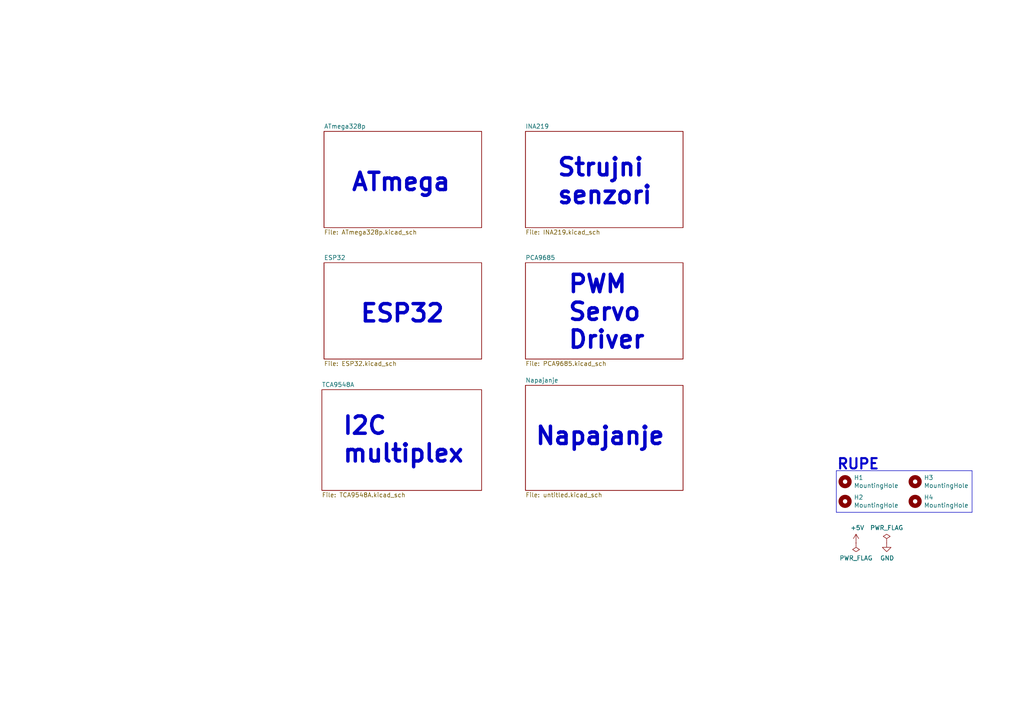
<source format=kicad_sch>
(kicad_sch (version 20230121) (generator eeschema)
  (paper "A4")
  (title_block (title "Robotska ruka") (date "2022-02-09") (rev "1") (company "TVZ"))
  (lib_symbols
    (symbol "Mechanical:MountingHole" (pin_names (offset 1.016))
      (property "Reference" "H" (at 0 5.08 0))
      (property "Value" "MountingHole" (at 0 3.175 0))
      (symbol "MountingHole_0_1"
        (circle (center 0 0) (radius 1.27) (stroke (width 1.27)))
      )
    )
    (symbol "power:+5V" (power) (pin_names (offset 0))
      (property "Value" "+5V" (at 0 3.556 0))
      (symbol "+5V_0_1"
        (polyline (pts (xy -0.762 1.27) (xy 0 2.54)))
        (polyline (pts (xy 0 0) (xy 0 2.54)))
        (polyline (pts (xy 0 2.54) (xy 0.762 1.27)))
      )
      (symbol "+5V_1_1"
        (pin power_in line (at 0 0 90) (length 0) hide (name "+5V") (number "1"))
      )
    )
    (symbol "power:GND" (power) (pin_names (offset 0))
      (property "Value" "GND" (at 0 -3.81 0))
      (symbol "GND_0_1"
        (polyline (pts (xy 0 0) (xy 0 -1.27) (xy 1.27 -1.27) (xy 0 -2.54) (xy -1.27 -1.27) (xy 0 -1.27)))
      )
      (symbol "GND_1_1"
        (pin power_in line (at 0 0 270) (length 0) hide (name "GND") (number "1"))
      )
    )
    (symbol "power:PWR_FLAG" (power) (pin_numbers hide) (pin_names (offset 0) hide)
      (property "Value" "PWR_FLAG" (at 0 3.81 0))
      (symbol "PWR_FLAG_0_0"
        (pin power_out line (at 0 0 90) (length 0) (name "pwr") (number "1"))
      )
      (symbol "PWR_FLAG_0_1"
        (polyline (pts (xy 0 0) (xy 0 1.27) (xy -1.016 1.905) (xy 0 2.54) (xy 1.016 1.905) (xy 0 1.27)))
      )
    )
  )
  (polyline (pts (xy 281.94 148.59) (xy 281.94 136.525)))
  (polyline (pts (xy 242.57 136.525) (xy 242.57 148.59)))
  (polyline (pts (xy 281.94 136.525) (xy 242.57 136.525)))
  (polyline (pts (xy 242.57 148.59) (xy 281.94 148.59)))
  (text "ESP32" (at 104.14 93.98 0) (effects (font (size 5.0038 5.0038) (thickness 1.0008) bold) (justify left bottom)))
  (text "RUPE" (at 242.57 136.525 0) (effects (font (size 3 3) (thickness 0.6) bold) (justify left bottom)))
  (text "Strujni\nsenzori" (at 161.29 59.69 0) (effects (font (size 5.0038 5.0038) (thickness 1.0008) bold) (justify left bottom)))
  (text "PWM \nServo\nDriver" (at 164.465 101.6 0) (effects (font (size 5.0038 5.0038) (thickness 1.0008) bold) (justify left bottom)))
  (text "Napajanje" (at 154.94 129.54 0) (effects (font (size 5.0038 5.0038) (thickness 1.0008) bold) (justify left bottom)))
  (text "ATmega" (at 101.6 55.88 0) (effects (font (size 5.0038 5.0038) (thickness 1.0008) bold) (justify left bottom)))
  (text "I2C\nmultiplex" (at 99.06 134.62 0) (effects (font (size 5.0038 5.0038) (thickness 1.0008) bold) (justify left bottom)))
  (symbol (lib_id "Mechanical:MountingHole") (at 245.11 139.7 0) (unit 1)
    (property "Reference" "H1" (at 247.65 138.5316 0) (effects (justify left)))
    (property "Value" "MountingHole" (at 247.65 140.843 0) (effects (justify left)))
    (property "Footprint" "MountingHole:MountingHole_3.2mm_M3_Pad_Via" (effects hide))
  )
  (symbol (lib_id "Mechanical:MountingHole") (at 245.11 145.415 0) (unit 1)
    (property "Reference" "H2" (at 247.65 144.2466 0) (effects (justify left)))
    (property "Value" "MountingHole" (at 247.65 146.558 0) (effects (justify left)))
    (property "Footprint" "MountingHole:MountingHole_3.2mm_M3_Pad_Via" (effects hide))
  )
  (symbol (lib_id "Mechanical:MountingHole") (at 265.43 139.7 0) (unit 1)
    (property "Reference" "H3" (at 267.97 138.5316 0) (effects (justify left)))
    (property "Value" "MountingHole" (at 267.97 140.843 0) (effects (justify left)))
    (property "Footprint" "MountingHole:MountingHole_3.2mm_M3_Pad_Via" (effects hide))
  )
  (symbol (lib_id "Mechanical:MountingHole") (at 265.43 145.415 0) (unit 1)
    (property "Reference" "H4" (at 267.97 144.2466 0) (effects (justify left)))
    (property "Value" "MountingHole" (at 267.97 146.558 0) (effects (justify left)))
    (property "Footprint" "MountingHole:MountingHole_3.2mm_M3_Pad_Via" (effects hide))
  )
  (symbol (lib_id "power:PWR_FLAG") (at 248.285 157.48 180) (unit 1)
    (property "Reference" "#FLG01" (effects hide))
    (property "Value" "PWR_FLAG" (at 248.285 161.8742 0))
  )
  (symbol (lib_id "power:PWR_FLAG") (at 257.175 157.48 0) (unit 1)
    (property "Reference" "#FLG02" (effects hide))
    (property "Value" "PWR_FLAG" (at 257.175 153.0858 0))
  )
  (symbol (lib_id "power:GND") (at 257.175 157.48 0) (unit 1)
    (property "Reference" "#PWR07" (effects hide))
    (property "Value" "GND" (at 257.302 161.8742 0))
  )
  (symbol (lib_id "power:+5V") (at 248.285 157.48 0) (unit 1)
    (property "Reference" "#PWR0101" (effects hide))
    (property "Value" "+5V" (at 248.666 153.0858 0))
  )
  (sheet (at 93.345 113.03) (size 46.355 29.21)
    (property "Sheetname" "TCA9548A" (at 93.345 112.3184 0) (effects (justify left bottom)))
    (property "Sheetfile" "TCA9548A.kicad_sch" (at 93.345 142.8246 0) (effects (justify left top)))
  )
  (sheet (at 152.4 38.1) (size 45.72 27.94)
    (property "Sheetname" "INA219" (at 152.4 37.3884 0) (effects (justify left bottom)))
    (property "Sheetfile" "INA219.kicad_sch" (at 152.4 66.6246 0) (effects (justify left top)))
  )
  (sheet (at 93.98 38.1) (size 45.72 27.94)
    (property "Sheetname" "ATmega328p" (at 93.98 37.3884 0) (effects (justify left bottom)))
    (property "Sheetfile" "ATmega328p.kicad_sch" (at 93.98 66.6246 0) (effects (justify left top)))
  )
  (sheet (at 93.98 76.2) (size 45.72 27.94)
    (property "Sheetname" "ESP32" (at 93.98 75.4884 0) (effects (justify left bottom)))
    (property "Sheetfile" "ESP32.kicad_sch" (at 93.98 104.7246 0) (effects (justify left top)))
  )
  (sheet (at 152.4 76.2) (size 45.72 27.94)
    (property "Sheetname" "PCA9685" (at 152.4 75.4884 0) (effects (justify left bottom)))
    (property "Sheetfile" "PCA9685.kicad_sch" (at 152.4 104.7246 0) (effects (justify left top)))
  )
  (sheet (at 152.4 111.76) (size 45.72 30.48) (stroke (width 0.1524))
    (property "Sheetname" "Napajanje" (at 152.4 111.0484 0) (effects (justify left bottom)))
    (property "Sheetfile" "untitled.kicad_sch" (at 152.4 142.8246 0) (effects (justify left top)))
  )
)
</source>
